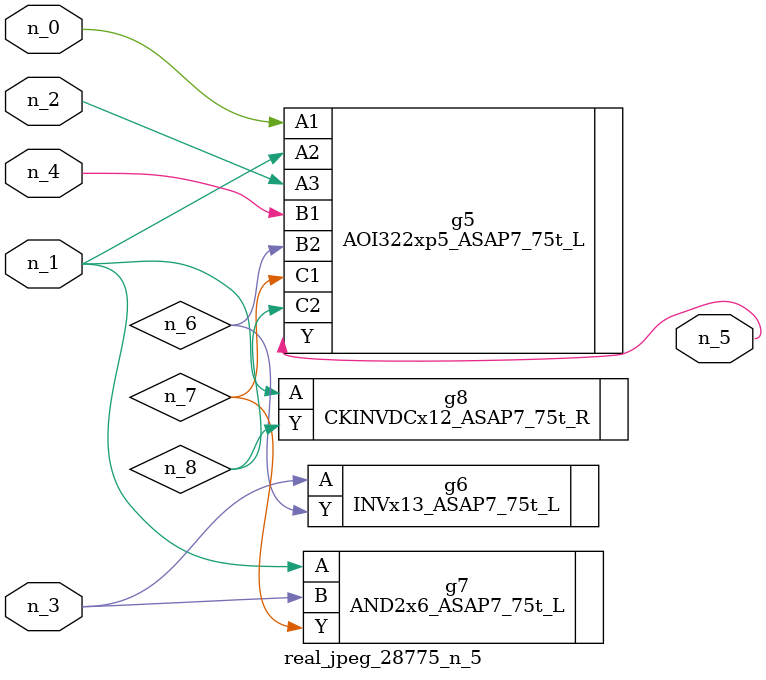
<source format=v>
module real_jpeg_28775_n_5 (n_4, n_0, n_1, n_2, n_3, n_5);

input n_4;
input n_0;
input n_1;
input n_2;
input n_3;

output n_5;

wire n_8;
wire n_6;
wire n_7;

AOI322xp5_ASAP7_75t_L g5 ( 
.A1(n_0),
.A2(n_1),
.A3(n_2),
.B1(n_4),
.B2(n_6),
.C1(n_7),
.C2(n_8),
.Y(n_5)
);

AND2x6_ASAP7_75t_L g7 ( 
.A(n_1),
.B(n_3),
.Y(n_7)
);

CKINVDCx12_ASAP7_75t_R g8 ( 
.A(n_1),
.Y(n_8)
);

INVx13_ASAP7_75t_L g6 ( 
.A(n_3),
.Y(n_6)
);


endmodule
</source>
